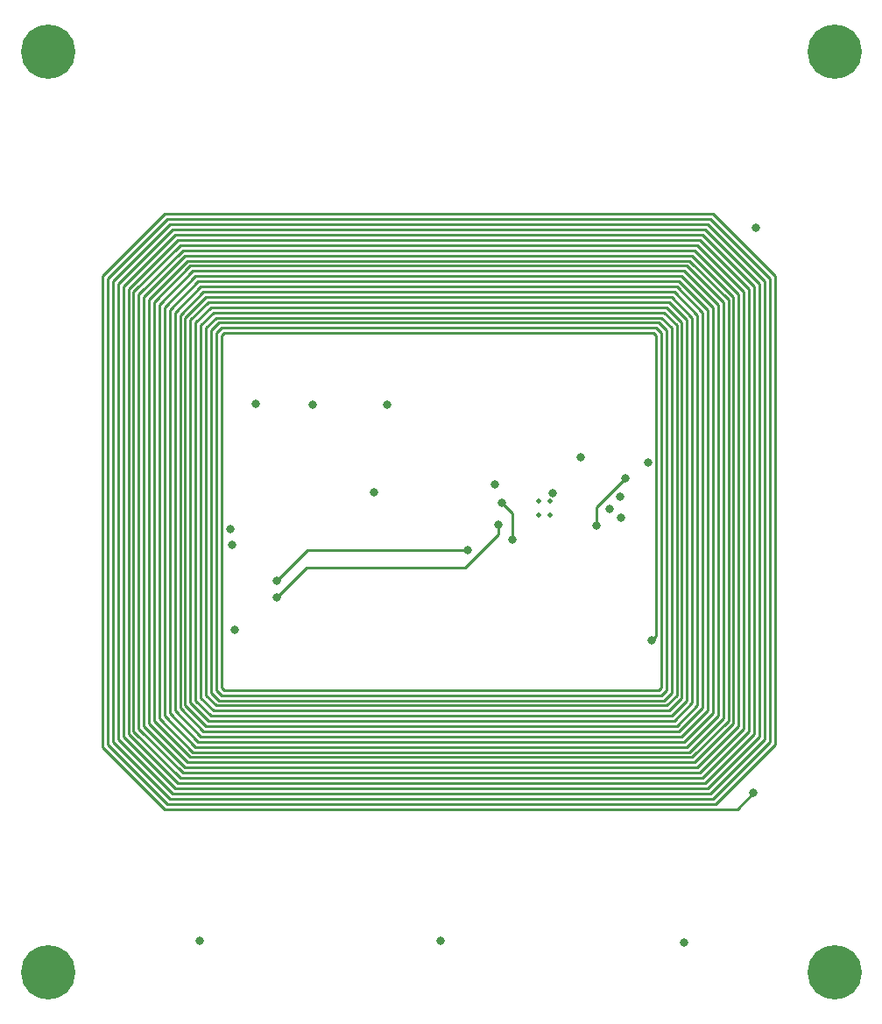
<source format=gbr>
%TF.GenerationSoftware,KiCad,Pcbnew,8.0.2-1*%
%TF.CreationDate,2024-06-12T16:50:45-07:00*%
%TF.ProjectId,solar-panel-NoCutout,736f6c61-722d-4706-916e-656c2d4e6f43,3.0*%
%TF.SameCoordinates,Original*%
%TF.FileFunction,Copper,L2,Inr*%
%TF.FilePolarity,Positive*%
%FSLAX46Y46*%
G04 Gerber Fmt 4.6, Leading zero omitted, Abs format (unit mm)*
G04 Created by KiCad (PCBNEW 8.0.2-1) date 2024-06-12 16:50:45*
%MOMM*%
%LPD*%
G01*
G04 APERTURE LIST*
%TA.AperFunction,ComponentPad*%
%ADD10C,5.250000*%
%TD*%
%TA.AperFunction,HeatsinkPad*%
%ADD11C,0.500000*%
%TD*%
%TA.AperFunction,ViaPad*%
%ADD12C,0.800000*%
%TD*%
%TA.AperFunction,Conductor*%
%ADD13C,0.250000*%
%TD*%
G04 APERTURE END LIST*
D10*
%TO.N,unconnected-(J2-Pin_1-Pad1)*%
%TO.C,J2*%
X106500000Y-70300000D03*
%TD*%
%TO.N,unconnected-(J3-Pin_1-Pad1)*%
%TO.C,J3*%
X106500000Y-159300000D03*
%TD*%
%TO.N,unconnected-(J4-Pin_1-Pad1)*%
%TO.C,J4*%
X182500000Y-70300000D03*
%TD*%
%TO.N,unconnected-(J5-Pin_1-Pad1)*%
%TO.C,J5*%
X182500000Y-159300000D03*
%TD*%
D11*
%TO.N,GND*%
%TO.C,U2*%
X155000000Y-115070000D03*
X155000000Y-113770000D03*
X153900000Y-115070000D03*
X153900000Y-113770000D03*
%TD*%
D12*
%TO.N,GND*%
X168000000Y-156390000D03*
X155250000Y-112975000D03*
X158000000Y-109500000D03*
X144450000Y-156250000D03*
X149675000Y-112100000D03*
X121120000Y-156220000D03*
X124150000Y-116450000D03*
X137975000Y-112925000D03*
X160750000Y-114500000D03*
X164500000Y-110000000D03*
%TO.N,+3V3*%
X139300000Y-104410000D03*
X150375000Y-113875000D03*
X124500000Y-126200000D03*
X151390000Y-117440000D03*
X126600000Y-104300000D03*
X132050000Y-104410000D03*
%TO.N,VSOLAR*%
X124270000Y-118000000D03*
%TO.N,Net-(U3-EN)*%
X159470000Y-116130000D03*
X162260000Y-111570000D03*
%TO.N,SDA*%
X147030000Y-118510000D03*
X128560000Y-121470000D03*
%TO.N,SCL*%
X128630000Y-123030000D03*
X149990000Y-115990000D03*
%TO.N,Net-(U3-OUT+)*%
X161890000Y-115330000D03*
X174680000Y-141950000D03*
X161820000Y-113350000D03*
X164800000Y-127190000D03*
X174900000Y-87350000D03*
%TD*%
D13*
%TO.N,+3V3*%
X151390000Y-114890000D02*
X151390000Y-117440000D01*
X150375000Y-113875000D02*
X151390000Y-114890000D01*
%TO.N,Net-(U3-EN)*%
X159470000Y-114360000D02*
X159470000Y-116130000D01*
X160205000Y-113625000D02*
X159470000Y-114360000D01*
X162260000Y-111570000D02*
X160205000Y-113625000D01*
%TO.N,SDA*%
X131520000Y-118510000D02*
X128560000Y-121470000D01*
X147030000Y-118510000D02*
X131520000Y-118510000D01*
%TO.N,SCL*%
X149990000Y-116920000D02*
X149990000Y-115990000D01*
X146760000Y-120150000D02*
X149990000Y-116920000D01*
X128630000Y-123030000D02*
X131510000Y-120150000D01*
X131510000Y-120150000D02*
X146760000Y-120150000D01*
%TO.N,Net-(U3-OUT+)*%
X167750000Y-132750000D02*
X167750000Y-96500000D01*
X170750000Y-142500000D02*
X176250000Y-137000000D01*
X168250000Y-133000000D02*
X168250000Y-96250000D01*
X172250000Y-135000000D02*
X172250000Y-94250000D01*
X112750000Y-92500000D02*
X112750000Y-137000000D01*
X168500000Y-138000000D02*
X171750000Y-134750000D01*
X173750000Y-135750000D02*
X173750000Y-93500000D01*
X173250000Y-93750000D02*
X169000000Y-89500000D01*
X113750000Y-136500000D02*
X118750000Y-141500000D01*
X121250000Y-132750000D02*
X122500000Y-134000000D01*
X120000000Y-90500000D02*
X116250000Y-94250000D01*
X122750000Y-97500000D02*
X122750000Y-132000000D01*
X114250000Y-136250000D02*
X119000000Y-141000000D01*
X166000000Y-133000000D02*
X166750000Y-132250000D01*
X168750000Y-138500000D02*
X172250000Y-135000000D01*
X121500000Y-136000000D02*
X167500000Y-136000000D01*
X123500000Y-132000000D02*
X165500000Y-132000000D01*
X174750000Y-136250000D02*
X174750000Y-93000000D01*
X117750000Y-143500000D02*
X173130000Y-143500000D01*
X167250000Y-132500000D02*
X167250000Y-96750000D01*
X121000000Y-137000000D02*
X168000000Y-137000000D01*
X167750000Y-92000000D02*
X120750000Y-92000000D01*
X170750000Y-95000000D02*
X167750000Y-92000000D01*
X171250000Y-134500000D02*
X171250000Y-94750000D01*
X169250000Y-89000000D02*
X119250000Y-89000000D01*
X121500000Y-93500000D02*
X119250000Y-95750000D01*
X122000000Y-135000000D02*
X167000000Y-135000000D01*
X167000000Y-135000000D02*
X168750000Y-133250000D01*
X118750000Y-88000000D02*
X113750000Y-93000000D01*
X121750000Y-135500000D02*
X167250000Y-135500000D01*
X116750000Y-94500000D02*
X116750000Y-135000000D01*
X123500000Y-97500000D02*
X123250000Y-97750000D01*
X170250000Y-95250000D02*
X167500000Y-92500000D01*
X174250000Y-93250000D02*
X169500000Y-88500000D01*
X116250000Y-135250000D02*
X120000000Y-139000000D01*
X167750000Y-96500000D02*
X166250000Y-95000000D01*
X117750000Y-86000000D02*
X111750000Y-92000000D01*
X119750000Y-139500000D02*
X169250000Y-139500000D01*
X114250000Y-93250000D02*
X114250000Y-136250000D01*
X165250000Y-126740000D02*
X165250000Y-97750000D01*
X169500000Y-140000000D02*
X173750000Y-135750000D01*
X165000000Y-97500000D02*
X123500000Y-97500000D01*
X120250000Y-138500000D02*
X168750000Y-138500000D01*
X175250000Y-136500000D02*
X175250000Y-92750000D01*
X168000000Y-137000000D02*
X170750000Y-134250000D01*
X175750000Y-136750000D02*
X175750000Y-92500000D01*
X165250000Y-97000000D02*
X123250000Y-97000000D01*
X174250000Y-136000000D02*
X174250000Y-93250000D01*
X169000000Y-89500000D02*
X119500000Y-89500000D01*
X171750000Y-134750000D02*
X171750000Y-94500000D01*
X118250000Y-95250000D02*
X118250000Y-134250000D01*
X166250000Y-132000000D02*
X166250000Y-97250000D01*
X170250000Y-134000000D02*
X170250000Y-95250000D01*
X119000000Y-141000000D02*
X170000000Y-141000000D01*
X169750000Y-133750000D02*
X169750000Y-95500000D01*
X118500000Y-142000000D02*
X170500000Y-142000000D01*
X168750000Y-133250000D02*
X168750000Y-96000000D01*
X111750000Y-137500000D02*
X117750000Y-143500000D01*
X118750000Y-141500000D02*
X170250000Y-141500000D01*
X176250000Y-92250000D02*
X170500000Y-86500000D01*
X166250000Y-97250000D02*
X165500000Y-96500000D01*
X165750000Y-131750000D02*
X165750000Y-97500000D01*
X119000000Y-88500000D02*
X114250000Y-93250000D01*
X166000000Y-95500000D02*
X122500000Y-95500000D01*
X113750000Y-93000000D02*
X113750000Y-136500000D01*
X119250000Y-89000000D02*
X114750000Y-93500000D01*
X118000000Y-86500000D02*
X112250000Y-92250000D01*
X165750000Y-132500000D02*
X166250000Y-132000000D01*
X120000000Y-139000000D02*
X169000000Y-139000000D01*
X119500000Y-89500000D02*
X115250000Y-93750000D01*
X112750000Y-137000000D02*
X118250000Y-142500000D01*
X117250000Y-134750000D02*
X120500000Y-138000000D01*
X167250000Y-93000000D02*
X121250000Y-93000000D01*
X169000000Y-139000000D02*
X172750000Y-135250000D01*
X166750000Y-134500000D02*
X168250000Y-133000000D01*
X117750000Y-134500000D02*
X120750000Y-137500000D01*
X123250000Y-131750000D02*
X123500000Y-132000000D01*
X169250000Y-95750000D02*
X167000000Y-93500000D01*
X120500000Y-138000000D02*
X168500000Y-138000000D01*
X176750000Y-92000000D02*
X170750000Y-86000000D01*
X120250000Y-91000000D02*
X116750000Y-94500000D01*
X168750000Y-90000000D02*
X119750000Y-90000000D01*
X122000000Y-94500000D02*
X120250000Y-96250000D01*
X122250000Y-132250000D02*
X123000000Y-133000000D01*
X120750000Y-92000000D02*
X117750000Y-95000000D01*
X165500000Y-96500000D02*
X123000000Y-96500000D01*
X170500000Y-86500000D02*
X118000000Y-86500000D01*
X167250000Y-96750000D02*
X166000000Y-95500000D01*
X165750000Y-96000000D02*
X122750000Y-96000000D01*
X170000000Y-87500000D02*
X118500000Y-87500000D01*
X122750000Y-96000000D02*
X121750000Y-97000000D01*
X173750000Y-93500000D02*
X169250000Y-89000000D01*
X166750000Y-132250000D02*
X166750000Y-97000000D01*
X168250000Y-137500000D02*
X171250000Y-134500000D01*
X168250000Y-91000000D02*
X120250000Y-91000000D01*
X168500000Y-90500000D02*
X120000000Y-90500000D01*
X115250000Y-135750000D02*
X119500000Y-140000000D01*
X166500000Y-94500000D02*
X122000000Y-94500000D01*
X168000000Y-91500000D02*
X120500000Y-91500000D01*
X116750000Y-135000000D02*
X120250000Y-138500000D01*
X115250000Y-93750000D02*
X115250000Y-135750000D01*
X120750000Y-133000000D02*
X122250000Y-134500000D01*
X115750000Y-94000000D02*
X115750000Y-135500000D01*
X176750000Y-137250000D02*
X176750000Y-92000000D01*
X113250000Y-136750000D02*
X118500000Y-142000000D01*
X122750000Y-132000000D02*
X123250000Y-132500000D01*
X120500000Y-91500000D02*
X117250000Y-94750000D01*
X117750000Y-95000000D02*
X117750000Y-134500000D01*
X119250000Y-133750000D02*
X121500000Y-136000000D01*
X120250000Y-96250000D02*
X120250000Y-133250000D01*
X118750000Y-95500000D02*
X118750000Y-134000000D01*
X171000000Y-143000000D02*
X176750000Y-137250000D01*
X170250000Y-141500000D02*
X175250000Y-136500000D01*
X123000000Y-133000000D02*
X166000000Y-133000000D01*
X119750000Y-133500000D02*
X121750000Y-135500000D01*
X169500000Y-88500000D02*
X119000000Y-88500000D01*
X118750000Y-134000000D02*
X121250000Y-136500000D01*
X112250000Y-92250000D02*
X112250000Y-137250000D01*
X166250000Y-95000000D02*
X122250000Y-95000000D01*
X170500000Y-142000000D02*
X175750000Y-136750000D01*
X115750000Y-135500000D02*
X119750000Y-139500000D01*
X119500000Y-140000000D02*
X169500000Y-140000000D01*
X172750000Y-94000000D02*
X168750000Y-90000000D01*
X120250000Y-133250000D02*
X122000000Y-135000000D01*
X121750000Y-97000000D02*
X121750000Y-132500000D01*
X123250000Y-97000000D02*
X122750000Y-97500000D01*
X170000000Y-141000000D02*
X174750000Y-136250000D01*
X122250000Y-97250000D02*
X122250000Y-132250000D01*
X167500000Y-92500000D02*
X121000000Y-92500000D01*
X166750000Y-94000000D02*
X121750000Y-94000000D01*
X170750000Y-86000000D02*
X117750000Y-86000000D01*
X121000000Y-92500000D02*
X118250000Y-95250000D01*
X176250000Y-137000000D02*
X176250000Y-92250000D01*
X121750000Y-132500000D02*
X122750000Y-133500000D01*
X119250000Y-95750000D02*
X119250000Y-133750000D01*
X169250000Y-133500000D02*
X169250000Y-95750000D01*
X167250000Y-135500000D02*
X169250000Y-133500000D01*
X172250000Y-94250000D02*
X168500000Y-90500000D01*
X118250000Y-134250000D02*
X121000000Y-137000000D01*
X121250000Y-96750000D02*
X121250000Y-132750000D01*
X165500000Y-132000000D02*
X165750000Y-131750000D01*
X175250000Y-92750000D02*
X170000000Y-87500000D01*
X121250000Y-93000000D02*
X118750000Y-95500000D01*
X168750000Y-96000000D02*
X166750000Y-94000000D01*
X116250000Y-94250000D02*
X116250000Y-135250000D01*
X123000000Y-96500000D02*
X122250000Y-97250000D01*
X111750000Y-92000000D02*
X111750000Y-137500000D01*
X169750000Y-88000000D02*
X118750000Y-88000000D01*
X122250000Y-95000000D02*
X120750000Y-96500000D01*
X170250000Y-87000000D02*
X118250000Y-87000000D01*
X121750000Y-94000000D02*
X119750000Y-96000000D01*
X166250000Y-133500000D02*
X167250000Y-132500000D01*
X173250000Y-135500000D02*
X173250000Y-93750000D01*
X119750000Y-90000000D02*
X115750000Y-94000000D01*
X172750000Y-135250000D02*
X172750000Y-94000000D01*
X118500000Y-87500000D02*
X113250000Y-92750000D01*
X114750000Y-93500000D02*
X114750000Y-136000000D01*
X122500000Y-95500000D02*
X121250000Y-96750000D01*
X118250000Y-87000000D02*
X112750000Y-92500000D01*
X122250000Y-134500000D02*
X166750000Y-134500000D01*
X173130000Y-143500000D02*
X174680000Y-141950000D01*
X122500000Y-134000000D02*
X166500000Y-134000000D01*
X113250000Y-92750000D02*
X113250000Y-136750000D01*
X114750000Y-136000000D02*
X119250000Y-140500000D01*
X121250000Y-136500000D02*
X167750000Y-136500000D01*
X169750000Y-140500000D02*
X174250000Y-136000000D01*
X169250000Y-139500000D02*
X173250000Y-135500000D01*
X122750000Y-133500000D02*
X166250000Y-133500000D01*
X123250000Y-132500000D02*
X165750000Y-132500000D01*
X166500000Y-134000000D02*
X167750000Y-132750000D01*
X167000000Y-93500000D02*
X121500000Y-93500000D01*
X165250000Y-97750000D02*
X165000000Y-97500000D01*
X174750000Y-93000000D02*
X169750000Y-88000000D01*
X123250000Y-97750000D02*
X123250000Y-131750000D01*
X167500000Y-136000000D02*
X169750000Y-133750000D01*
X118250000Y-142500000D02*
X170750000Y-142500000D01*
X170750000Y-134250000D02*
X170750000Y-95000000D01*
X120750000Y-137500000D02*
X168250000Y-137500000D01*
X168250000Y-96250000D02*
X166500000Y-94500000D01*
X167750000Y-136500000D02*
X170250000Y-134000000D01*
X166750000Y-97000000D02*
X165750000Y-96000000D01*
X119750000Y-96000000D02*
X119750000Y-133500000D01*
X165750000Y-97500000D02*
X165250000Y-97000000D01*
X171250000Y-94750000D02*
X168000000Y-91500000D01*
X118000000Y-143000000D02*
X171000000Y-143000000D01*
X117250000Y-94750000D02*
X117250000Y-134750000D01*
X175750000Y-92500000D02*
X170250000Y-87000000D01*
X112250000Y-137250000D02*
X118000000Y-143000000D01*
X171750000Y-94500000D02*
X168250000Y-91000000D01*
X119250000Y-140500000D02*
X169750000Y-140500000D01*
X120750000Y-96500000D02*
X120750000Y-133000000D01*
X164800000Y-127190000D02*
X165250000Y-126740000D01*
X169750000Y-95500000D02*
X167250000Y-93000000D01*
%TD*%
M02*

</source>
